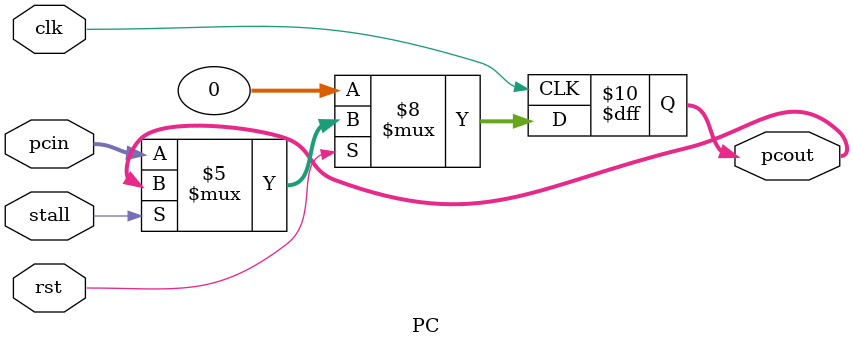
<source format=v>
`timescale 1ns / 1ps
module PC(clk,rst,pcin,pcout,stall);
input clk,rst;
input [31:0] pcin;
output [31:0] pcout;

input stall;

reg [31:0] pcout;

always @(posedge clk) begin
	if(~rst) pcout<=0;
	else if(stall==1) pcout<=pcout;
	else pcout<=pcin;
end


endmodule

</source>
